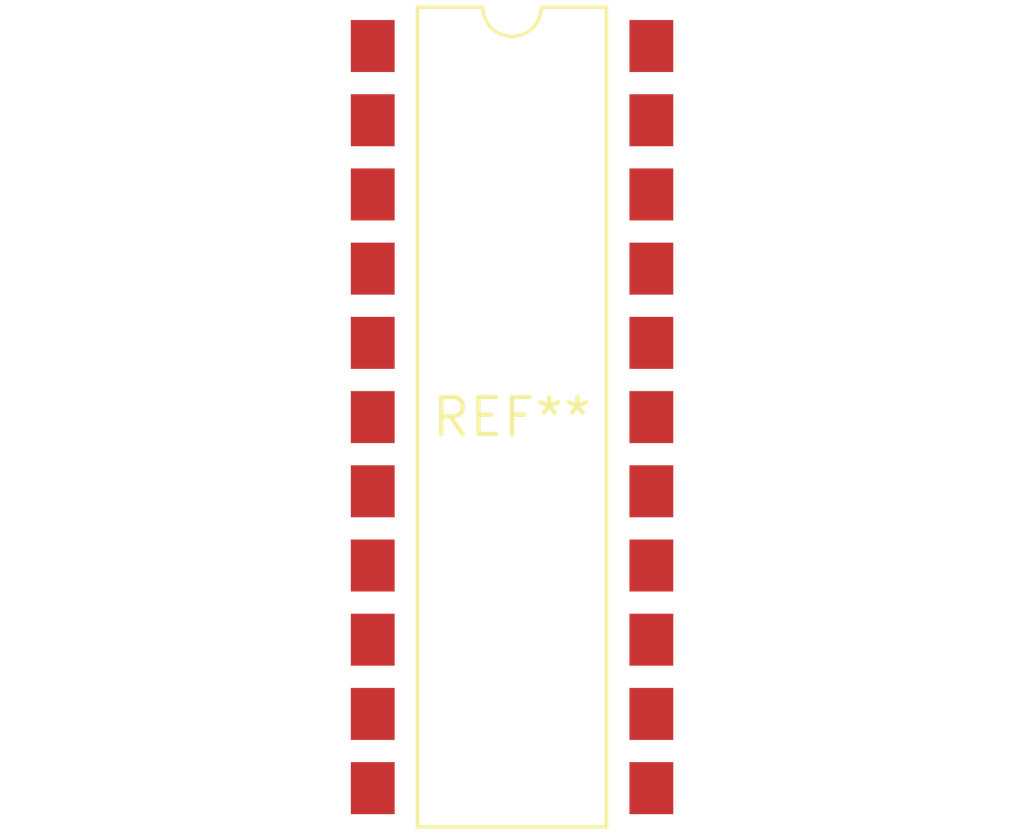
<source format=kicad_pcb>
(kicad_pcb (version 20240108) (generator pcbnew)
  (layers (0 "F.Cu" signal) (31 "B.Cu" signal) (34 "B.Paste" user) (35 "F.Paste" user) (36 "B.SilkS" user "B.Silkscreen") (37 "F.SilkS" user "F.Silkscreen") (38 "B.Mask" user) (39 "F.Mask" user) (44 "Edge.Cuts" user))
  (net 0 "")
  (footprint "SMDIP-22_W9.53mm_Clearance8mm" (layer "F.Cu") (at 0 0)
    (property "Reference" "REF**")
    (property "Value" "SMDIP-22_W9.53mm_Clearance8mm")
    (fp_line (start -3.235 -14.03) (end -3.235 14.03) (layer "F.SilkS") (stroke (width 0.12)))
    (fp_line (start -3.235 14.03) (end 3.235 14.03) (layer "F.SilkS") (stroke (width 0.12)))
    (fp_line (start -1 -14.03) (end -3.235 -14.03) (layer "F.SilkS") (stroke (width 0.12)))
    (fp_line (start 3.235 -14.03) (end 1 -14.03) (layer "F.SilkS") (stroke (width 0.12)))
    (fp_line (start 3.235 14.03) (end 3.235 -14.03) (layer "F.SilkS") (stroke (width 0.12)))
    (fp_arc (start 1 -14.03) (mid 0 -13.03) (end -1 -14.03) (layer "F.SilkS") (stroke (width 0.12)))
    (pad "1" smd rect (at -4.765 -12.7) (size 1.5 1.78) (layers "F.Cu" "F.Paste" "F.Mask"))
    (pad "2" smd rect (at -4.765 -10.16) (size 1.5 1.78) (layers "F.Cu" "F.Paste" "F.Mask"))
    (pad "3" smd rect (at -4.765 -7.62) (size 1.5 1.78) (layers "F.Cu" "F.Paste" "F.Mask"))
    (pad "4" smd rect (at -4.765 -5.08) (size 1.5 1.78) (layers "F.Cu" "F.Paste" "F.Mask"))
    (pad "5" smd rect (at -4.765 -2.54) (size 1.5 1.78) (layers "F.Cu" "F.Paste" "F.Mask"))
    (pad "6" smd rect (at -4.765 0) (size 1.5 1.78) (layers "F.Cu" "F.Paste" "F.Mask"))
    (pad "7" smd rect (at -4.765 2.54) (size 1.5 1.78) (layers "F.Cu" "F.Paste" "F.Mask"))
    (pad "8" smd rect (at -4.765 5.08) (size 1.5 1.78) (layers "F.Cu" "F.Paste" "F.Mask"))
    (pad "9" smd rect (at -4.765 7.62) (size 1.5 1.78) (layers "F.Cu" "F.Paste" "F.Mask"))
    (pad "10" smd rect (at -4.765 10.16) (size 1.5 1.78) (layers "F.Cu" "F.Paste" "F.Mask"))
    (pad "11" smd rect (at -4.765 12.7) (size 1.5 1.78) (layers "F.Cu" "F.Paste" "F.Mask"))
    (pad "12" smd rect (at 4.765 12.7) (size 1.5 1.78) (layers "F.Cu" "F.Paste" "F.Mask"))
    (pad "13" smd rect (at 4.765 10.16) (size 1.5 1.78) (layers "F.Cu" "F.Paste" "F.Mask"))
    (pad "14" smd rect (at 4.765 7.62) (size 1.5 1.78) (layers "F.Cu" "F.Paste" "F.Mask"))
    (pad "15" smd rect (at 4.765 5.08) (size 1.5 1.78) (layers "F.Cu" "F.Paste" "F.Mask"))
    (pad "16" smd rect (at 4.765 2.54) (size 1.5 1.78) (layers "F.Cu" "F.Paste" "F.Mask"))
    (pad "17" smd rect (at 4.765 0) (size 1.5 1.78) (layers "F.Cu" "F.Paste" "F.Mask"))
    (pad "18" smd rect (at 4.765 -2.54) (size 1.5 1.78) (layers "F.Cu" "F.Paste" "F.Mask"))
    (pad "19" smd rect (at 4.765 -5.08) (size 1.5 1.78) (layers "F.Cu" "F.Paste" "F.Mask"))
    (pad "20" smd rect (at 4.765 -7.62) (size 1.5 1.78) (layers "F.Cu" "F.Paste" "F.Mask"))
    (pad "21" smd rect (at 4.765 -10.16) (size 1.5 1.78) (layers "F.Cu" "F.Paste" "F.Mask"))
    (pad "22" smd rect (at 4.765 -12.7) (size 1.5 1.78) (layers "F.Cu" "F.Paste" "F.Mask"))
  )
)
</source>
